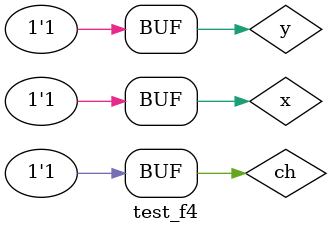
<source format=v>
 
 module f4 (output s, input a, input  b, input chave); 
 	 
	 //descrever por portas
	 wire saidaAnd;
	 wire saidaOr;
	 wire [1:0] saida;
	 wire saidaNot;
 
	 and AND1(saidaAnd, a, b);
	 or OR1(saidaOr, a, b);
	 
	 and AND2(saida[0], saidaAnd, chave);
	 
	 and AND3(saida[1], saidaOr, saidaNot);
	 	 
	 not NOT1(saidaNot, chave);
	 
	 or OR2(s, saida[0], saida[1]);
 
 endmodule // f4
 
 module test_f4; 
 // ------------------------- definir dados 
 reg x; 
 reg y; 
 reg ch;
 wire s; 
 
 f4 modulo (s, x, y, ch);
 
initial begin 

	//----------------------- identificar
	$display("Exemplo0032 - Rayan Darwin - 412770"); 
	$display("Test LU's module"); 
	
	#1 x = 0; y = 0; ch = 0; 
	$monitor("Resultado chave = %1b\n x = %1b \t y = %1b \t Resultado -> %1b\n", ch, x, y, s);
   #1 x = 0; y = 1; ch = 1;  
   #1 x = 1; y = 0; ch = 0;
   #1 x = 1; y = 1; ch = 1; 

 end 
 endmodule // test_f4
</source>
